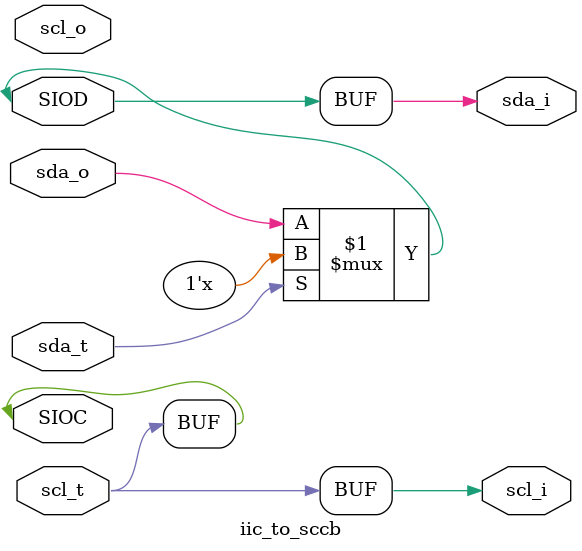
<source format=v>
/* iic_to_sccb.sv
 * 
 * This module provides a bridge from the output of a Xilinx AXI IIC IP
 * to an Omnivision SCCB bus.
 *
 * SCCB SIO_C is:
 *     - single-directional 
 *     - active-high
 *     - driven by the master
 *
 * SCCB SIO_D is:
 *     - bi-directional
 *     - floating when bus is idle
*/

module iic_to_sccb 
    (
    // SCCB Interface
    inout  wire SIOC,
    inout  wire SIOD,

    // AXI IIC Interface
    output wire scl_i, // SCL data input
    input  wire scl_o, // SCL data output
    input  wire scl_t, // SCL tristate active-high enable

    output wire sda_i, // SDA data input
    input  wire sda_o, // SDA data output
    input  wire sda_t  // SDA tristate active-high enable 
    );

/*
|  scl_t  |  bus state  |
|    1    |      1      |
|    0    |      0      |
*/
    assign SIOC  = scl_t;
    assign scl_i = scl_t;

    assign SIOD  = (sda_t) ? 1'bz : sda_o;
    assign sda_i = SIOD;

endmodule 
</source>
